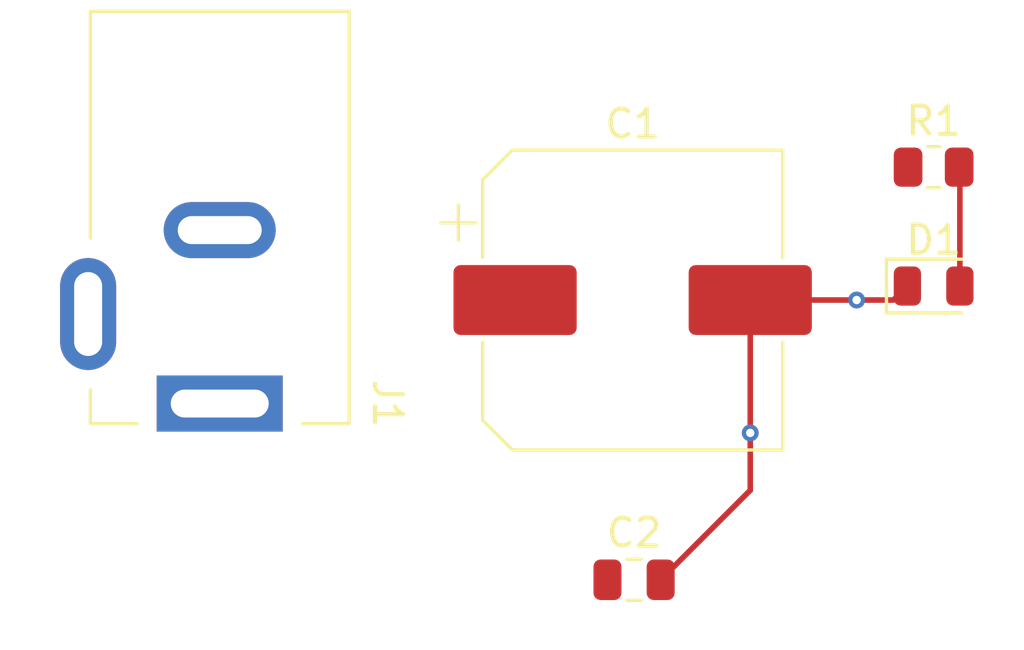
<source format=kicad_pcb>
(kicad_pcb (version 20240108) (generator "pcbnew") (generator_version "8.0")
  (layers (0 "F.Cu" signal) (31 "B.Cu" signal) (34 "B.Paste" user) (35 "F.Paste" user) (36 "B.SilkS" user "B.Silkscreen") (37 "F.SilkS" user "F.Silkscreen") (38 "B.Mask" user) (39 "F.Mask" user) (44 "Edge.Cuts" user))
  (net 0 "")
  (net 1 "VCC")
  (net 2 "GND")
  (net 3 "Net-(D1-A)")
  (footprint "Capacitor_SMD:C_0805_2012Metric" (layer "F.Cu") (at 124.55 63.5)
    (property "Reference" "C2" (at 0 -1.68 0) (layer "F.SilkS"))
    (property "Value" "100nF")
    (fp_line (start -0.261252 -0.735) (end 0.261252 -0.735) (stroke (width 0.12)) (layer "F.SilkS"))
    (fp_line (start -0.261252 0.735) (end 0.261252 0.735) (stroke (width 0.12)) (layer "F.SilkS"))
    (pad "1" smd roundrect (at -0.95 0) (size 1 1.45) (layers "F.Cu" "F.Paste" "F.Mask") (net 1 "VCC"))
    (pad "2" smd roundrect (at 0.95 0) (size 1 1.45) (layers "F.Cu" "F.Paste" "F.Mask") (net 2 "GND"))
  )
  (footprint "LED_SMD:LED_0805_2012Metric" (layer "F.Cu") (at 135.25 53)
    (property "Reference" "D1" (at 0 -1.65 0) (layer "F.SilkS"))
    (property "Value" "Red LED")
    (fp_line (start -1.685 -0.96) (end -1.685 0.96) (stroke (width 0.12)) (layer "F.SilkS"))
    (fp_line (start -1.685 0.96) (end 1 0.96) (stroke (width 0.12)) (layer "F.SilkS"))
    (fp_line (start 1 -0.96) (end -1.685 -0.96) (stroke (width 0.12)) (layer "F.SilkS"))
    (pad "1" smd roundrect (at -0.9375 0) (size 0.975 1.4) (layers "F.Cu" "F.Paste" "F.Mask") (net 2 "GND"))
    (pad "2" smd roundrect (at 0.9375 0) (size 0.975 1.4) (layers "F.Cu" "F.Paste" "F.Mask") (net 3 "Net-(D1-A)"))
  )
  (footprint "Connector_BarrelJack:BarrelJack_Kycon_KLDX-0202-xC_Horizontal" (layer "F.Cu") (at 109.75 57.2 -90)
    (property "Reference" "J1" (at 0 -6 -90) (layer "F.SilkS"))
    (property "Value" "Conn_01x02_Pin")
    (fp_line (start -14.02 4.62) (end -5.9 4.62) (stroke (width 0.12)) (layer "F.SilkS"))
    (fp_line (start -0.5 4.62) (end 0.72 4.62) (stroke (width 0.12)) (layer "F.SilkS"))
    (fp_line (start 0.72 4.62) (end 0.72 2.95) (stroke (width 0.12)) (layer "F.SilkS"))
    (fp_line (start 0.72 -2.95) (end 0.72 -4.62) (stroke (width 0.12)) (layer "F.SilkS"))
    (fp_line (start -14.02 -4.62) (end -14.02 4.62) (stroke (width 0.12)) (layer "F.SilkS"))
    (fp_line (start 0.72 -4.62) (end -14.02 -4.62) (stroke (width 0.12)) (layer "F.SilkS"))
    (pad "1" thru_hole rect (at 0 0 270) (size 2 4.5) (drill oval 1 3.5) (layers "*.Cu" "*.Mask") (net 1 "VCC"))
    (pad "2" thru_hole oval (at -6.2 0 270) (size 2 4) (drill oval 1 3) (layers "*.Cu" "*.Mask") (net 2 "GND"))
    (pad "3" thru_hole oval (at -3.2 4.7) (size 2 4) (drill oval 1 3) (layers "*.Cu" "*.Mask"))
  )
  (footprint "Capacitor_SMD:CP_Elec_10x10.5" (layer "F.Cu") (at 124.5 53.5)
    (property "Reference" "C1" (at 0 -6.3 0) (layer "F.SilkS"))
    (property "Value" "100uF")
    (fp_line (start -6.85 -2.76) (end -5.6 -2.76) (stroke (width 0.12)) (layer "F.SilkS"))
    (fp_line (start -6.225 -3.385) (end -6.225 -2.135) (stroke (width 0.12)) (layer "F.SilkS"))
    (fp_line (start -5.36 -4.295563) (end -5.36 -1.51) (stroke (width 0.12)) (layer "F.SilkS"))
    (fp_line (start -5.36 -4.295563) (end -4.295563 -5.36) (stroke (width 0.12)) (layer "F.SilkS"))
    (fp_line (start -5.36 4.295563) (end -5.36 1.51) (stroke (width 0.12)) (layer "F.SilkS"))
    (fp_line (start -5.36 4.295563) (end -4.295563 5.36) (stroke (width 0.12)) (layer "F.SilkS"))
    (fp_line (start -4.295563 -5.36) (end 5.36 -5.36) (stroke (width 0.12)) (layer "F.SilkS"))
    (fp_line (start -4.295563 5.36) (end 5.36 5.36) (stroke (width 0.12)) (layer "F.SilkS"))
    (fp_line (start 5.36 -5.36) (end 5.36 -1.51) (stroke (width 0.12)) (layer "F.SilkS"))
    (fp_line (start 5.36 5.36) (end 5.36 1.51) (stroke (width 0.12)) (layer "F.SilkS"))
    (pad "1" smd roundrect (at -4.2 0) (size 4.4 2.5) (layers "F.Cu" "F.Paste" "F.Mask") (roundrect_rratio 0.1) (net 1 "VCC"))
    (pad "2" smd roundrect (at 4.2 0) (size 4.4 2.5) (layers "F.Cu" "F.Paste" "F.Mask") (roundrect_rratio 0.1) (net 2 "GND"))
  )
  (footprint "Resistor_SMD:R_0805_2012Metric" (layer "F.Cu") (at 135.25 48.75)
    (property "Reference" "R1" (at 0 -1.65 0) (layer "F.SilkS"))
    (property "Value" "330")
    (fp_line (start -0.227064 -0.735) (end 0.227064 -0.735) (stroke (width 0.12)) (layer "F.SilkS"))
    (fp_line (start -0.227064 0.735) (end 0.227064 0.735) (stroke (width 0.12)) (layer "F.SilkS"))
    (pad "1" smd roundrect (at -0.9125 0) (size 1.025 1.4) (layers "F.Cu" "F.Paste" "F.Mask") (roundrect_rratio 0.243902) (net 1 "VCC"))
    (pad "2" smd roundrect (at 0.9125 0) (size 1.025 1.4) (layers "F.Cu" "F.Paste" "F.Mask") (roundrect_rratio 0.243902) (net 3 "Net-(D1-A)"))
  )
  (segment (start 133.8125 53.5) (end 134.3125 53) (width 0.2) (layer "F.Cu") (net 2))
  (segment (start 134.3125 53) (end 134.3125 52.9375) (width 0.2) (layer "F.Cu") (net 2))
  (segment (start 125.5 63.5) (end 128.7 60.3) (width 0.2) (layer "F.Cu") (net 2))
  (segment (start 128.7 53.5) (end 132.5 53.5) (width 0.2) (layer "F.Cu") (net 2))
  (segment (start 128.7 60.3) (end 128.7 58.25) (width 0.2) (layer "F.Cu") (net 2))
  (segment (start 128.7 58.25) (end 128.7 53.5) (width 0.2) (layer "F.Cu") (net 2))
  (segment (start 132.5 53.5) (end 133.8125 53.5) (width 0.2) (layer "F.Cu") (net 2))
  (via (at 128.7 58.25) (size 0.6) (drill 0.3) (layers "F.Cu" "B.Cu") (net 2))
  (via (at 132.5 53.5) (size 0.6) (drill 0.3) (layers "F.Cu" "B.Cu") (net 2))
  (segment (start 136.1875 53) (end 136.1875 48.775) (width 0.2) (layer "F.Cu") (net 3))
  (segment (start 136.1875 48.775) (end 136.1625 48.75) (width 0.2) (layer "F.Cu") (net 3))
)
</source>
